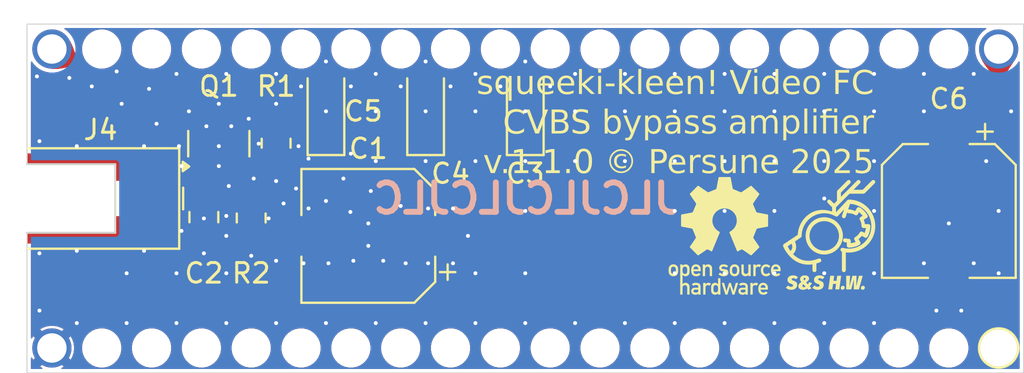
<source format=kicad_pcb>
(kicad_pcb (version 20241229) (generator "pcbnew") (generator_version "9.0")
  (title_block (title "squeeki-kleen! Video FC") (date "2025-02-23") (rev "1.1.0") (company "Persune") (comment 1 "Schematics based on https://www.nesdev.org/wiki/PPU_pinout#Composite_Video_Output") (comment 2 "Use twisted pair or shielded cable when connecting PCB output to RCA jack!") (comment 3 "Add additional decoupling capacitors of different values in C3 and C4 if needed."))
  (layers (0 "F.Cu" mixed) (2 "B.Cu" power) (13 "F.Paste" user) (15 "B.Paste" user) (5 "F.SilkS" user "F.Silkscreen") (7 "B.SilkS" user "B.Silkscreen") (1 "F.Mask" user) (3 "B.Mask" user) (25 "Edge.Cuts" user))
  (net 0 "")
  (net 1 "GND")
  (net 2 "VCC")
  (net 3 "Net-(Q1-E)")
  (net 4 "Net-(C1-Pad2)")
  (net 5 "/CVBS")
  (net 6 "/P21_VOUT")
  (footprint "Resistor_SMD:R_0805_2012Metric" (layer "F.Cu") (at 51.435 32.7425 90)
    (property "Reference" "R1" (at 2.8975 0 180) (layer "F.SilkS"))
    (property "Value" "300")
    (pad "1" smd roundrect (at -0.9125 0 90) (size 1.025 1.4) (layers "F.Cu" "F.Mask" "F.Paste") (roundrect_rratio 0.243902) (net 3 "Net-(Q1-E)"))
    (pad "2" smd roundrect (at 0.9125 0 90) (size 1.025 1.4) (layers "F.Cu" "F.Mask" "F.Paste") (roundrect_rratio 0.243902) (net 2 "VCC"))
  )
  (footprint "" (layer "F.Cu") (at 80.645 27.94)
    (property "Reference" "" (at 0 0 0) (layer "F.SilkS") (effects (font (size 1.27 1.27))))
    (property "Value" "")
    (pad "" np_thru_hole circle (at 0 0) (size 0.8 0.8) (drill 1.5) (layers "*.Cu" "*.Mask"))
  )
  (footprint "custom footprints:qr" (layer "F.Cu") (at 67.945 37.465)
    (property "Reference" "svg2mod" (hide yes))
    (property "Value" "G***" (hide yes))
    (fp_poly (pts (xy -1.900338 -0.836149) (xy -2.204392 -0.836149) (xy -2.204392 -0.988176) (xy -1.900338 -0.988176) (xy -1.900338 -0.836149)) (fill yes) (layer "F.Cu"))
    (fp_poly (pts (xy -1.748311 -0.076014) (xy -1.900338 -0.076014) (xy -1.900338 -0.380068) (xy -1.748311 -0.380068) (xy -1.748311 -0.076014)) (fill yes) (layer "F.Cu"))
    (fp_poly (pts (xy -1.596284 0.684122) (xy -1.748311 0.684122) (xy -1.748311 0.532095) (xy -1.596284 0.532095) (xy -1.596284 0.684122)) (fill yes) (layer "F.Cu"))
    (fp_poly (pts (xy -1.444257 -1.444257) (xy -1.900338 -1.444257) (xy -1.900338 -1.900338) (xy -1.444257 -1.900338) (xy -1.444257 -1.444257)) (fill yes) (layer "F.Cu"))
    (fp_poly (pts (xy -1.444257 -0.836149) (xy -1.748311 -0.836149) (xy -1.748311 -0.988176) (xy -1.444257 -0.988176) (xy -1.444257 -0.836149)) (fill yes) (layer "F.Cu"))
    (fp_poly (pts (xy -1.444257 -0.532095) (xy -1.748311 -0.532095) (xy -1.748311 -0.684122) (xy -1.444257 -0.684122) (xy -1.444257 -0.532095)) (fill yes) (layer "F.Cu"))
    (fp_poly (pts (xy -1.444257 1.900338) (xy -1.900338 1.900338) (xy -1.900338 1.444257) (xy -1.444257 1.444257) (xy -1.444257 1.900338)) (fill yes) (layer "F.Cu"))
    (fp_poly (pts (xy -1.29223 0.532095) (xy -1.444257 0.532095) (xy -1.444257 0.380068) (xy -1.29223 0.380068) (xy -1.29223 0.532095)) (fill yes) (layer "F.Cu"))
    (fp_poly (pts (xy -1.140203 -0.836149) (xy -1.29223 -0.836149) (xy -1.29223 -0.988176) (xy -1.140203 -0.988176) (xy -1.140203 -0.836149)) (fill yes) (layer "F.Cu"))
    (fp_poly (pts (xy -1.140203 0.380068) (xy -1.29223 0.380068) (xy -1.29223 0.228041) (xy -1.140203 0.228041) (xy -1.140203 0.380068)) (fill yes) (layer "F.Cu"))
    (fp_poly (pts (xy -1.140203 0.684122) (xy -1.29223 0.684122) (xy -1.29223 0.532095) (xy -1.140203 0.532095) (xy -1.140203 0.684122)) (fill yes) (layer "F.Cu"))
    (fp_poly (pts (xy -0.836149 -2.052365) (xy -0.988176 -2.052365) (xy -0.988176 -2.204392) (xy -0.836149 -2.204392) (xy -0.836149 -2.052365)) (fill yes) (layer "F.Cu"))
    (fp_poly (pts (xy -0.836149 -0.988176) (xy -0.988176 -0.988176) (xy -0.988176 -1.29223) (xy -0.836149 -1.29223) (xy -0.836149 -0.988176)) (fill yes) (layer "F.Cu"))
    (fp_poly (pts (xy -0.836149 2.204392) (xy -0.988176 2.204392) (xy -0.988176 1.900338) (xy -0.836149 1.900338) (xy -0.836149 2.204392)) (fill yes) (layer "F.Cu"))
    (fp_poly (pts (xy -0.684122 -1.748311) (xy -0.836149 -1.748311) (xy -0.836149 -1.900338) (xy -0.684122 -1.900338) (xy -0.684122 -1.748311)) (fill yes) (layer "F.Cu"))
    (fp_poly (pts (xy -0.684122 -1.29223) (xy -0.836149 -1.29223) (xy -0.836149 -1.596284) (xy -0.684122 -1.596284) (xy -0.684122 -1.29223)) (fill yes) (layer "F.Cu"))
    (fp_poly (pts (xy -0.684122 -0.836149) (xy -0.836149 -0.836149) (xy -0.836149 -0.988176) (xy -0.684122 -0.988176) (xy -0.684122 -0.836149)) (fill yes) (layer "F.Cu"))
    (fp_poly (pts (xy -0.684122 1.900338) (xy -0.836149 1.900338) (xy -0.836149 1.748311) (xy -0.684122 1.748311) (xy -0.684122 1.900338)) (fill yes) (layer "F.Cu"))
    (fp_poly (pts (xy -0.532095 -1.900338) (xy -0.684122 -1.900338) (xy -0.684122 -2.204392) (xy -0.532095 -2.204392) (xy -0.532095 -1.900338)) (fill yes) (layer "F.Cu"))
    (fp_poly (pts (xy -0.532095 -1.140203) (xy -0.684122 -1.140203) (xy -0.684122 -1.29223) (xy -0.532095 -1.29223) (xy -0.532095 -1.140203)) (fill yes) (layer "F.Cu"))
    (fp_poly (pts (xy -0.532095 1.140203) (xy -0.684122 1.140203) (xy -0.684122 0.988176) (xy -0.532095 0.988176) (xy -0.532095 1.140203)) (fill yes) (layer "F.Cu"))
    (fp_poly (pts (xy -0.532095 2.204392) (xy -0.684122 2.204392) (xy -0.684122 2.052365) (xy -0.532095 2.052365) (xy -0.532095 2.204392)) (fill yes) (layer "F.Cu"))
    (fp_poly (pts (xy -0.380068 -1.29223) (xy -0.532095 -1.29223) (xy -0.532095 -1.444257) (xy -0.380068 -1.444257) (xy -0.380068 -1.29223)) (fill yes) (layer "F.Cu"))
    (fp_poly (pts (xy -0.380068 2.052365) (xy -0.532095 2.052365) (xy -0.532095 1.900338) (xy -0.380068 1.900338) (xy -0.380068 2.052365)) (fill yes) (layer "F.Cu"))
    (fp_poly (pts (xy -0.228041 -2.052365) (xy -0.380068 -2.052365) (xy -0.380068 -2.204392) (xy -0.228041 -2.204392) (xy -0.228041 -2.052365)) (fill yes) (layer "F.Cu"))
    (fp_poly (pts (xy -0.228041 -1.140203) (xy -0.380068 -1.140203) (xy -0.380068 -1.29223) (xy -0.228041 -1.29223) (xy -0.228041 -1.140203)) (fill yes) (layer "F.Cu"))
    (fp_poly (pts (xy -0.228041 -0.836149) (xy -0.380068 -0.836149) (xy -0.380068 -0.988176) (xy -0.228041 -0.988176) (xy -0.228041 -0.836149)) (fill yes) (layer "F.Cu"))
    (fp_poly (pts (xy -0.076014 -0.988176) (xy -0.228041 -0.988176) (xy -0.228041 -1.140203) (xy -0.076014 -1.140203) (xy -0.076014 -0.988176)) (fill yes) (layer "F.Cu"))
    (fp_poly (pts (xy -0.076014 2.204392) (xy -0.380068 2.204392) (xy -0.380068 2.052365) (xy -0.076014 2.052365) (xy -0.076014 2.204392)) (fill yes) (layer "F.Cu"))
    (fp_poly (pts (xy 0.076014 -1.140203) (xy -0.076014 -1.140203) (xy -0.076014 -1.29223) (xy 0.076014 -1.29223) (xy 0.076014 -1.140203)) (fill yes) (layer "F.Cu"))
    (fp_poly (pts (xy 0.076014 -0.380068) (xy -0.076014 -0.380068) (xy -0.076014 -0.532095) (xy 0.076014 -0.532095) (xy 0.076014 -0.380068)) (fill yes) (layer "F.Cu"))
    (fp_poly (pts (xy 0.380068 1.596284) (xy 0.228041 1.596284) (xy 0.228041 1.444257) (xy 0.380068 1.444257) (xy 0.380068 1.596284)) (fill yes) (layer "F.Cu"))
    (fp_poly (pts (xy 0.380068 2.204392) (xy 0.076014 2.204392) (xy 0.076014 2.052365) (xy 0.380068 2.052365) (xy 0.380068 2.204392)) (fill yes) (layer "F.Cu"))
    (fp_poly (pts (xy 0.532095 0.532095) (xy 0.380068 0.532095) (xy 0.380068 0.380068) (xy 0.532095 0.380068) (xy 0.532095 0.532095)) (fill yes) (layer "F.Cu"))
    (fp_poly (pts (xy 0.684122 1.900338) (xy 0.532095 1.900338) (xy 0.532095 1.748311) (xy 0.684122 1.748311) (xy 0.684122 1.900338)) (fill yes) (layer "F.Cu"))
    (fp_poly (pts (xy 0.988176 -1.140203) (xy 0.836149 -1.140203) (xy 0.836149 -1.444257) (xy 0.988176 -1.444257) (xy 0.988176 -1.140203)) (fill yes) (layer "F.Cu"))
    (fp_poly (pts (xy 0.988176 2.204392) (xy 0.532095 2.204392) (xy 0.532095 2.052365) (xy 0.988176 2.052365) (xy 0.988176 2.204392)) (fill yes) (layer "F.Cu"))
    (fp_poly (pts (xy 1.140203 -0.684122) (xy 0.988176 -0.684122) (xy 0.988176 -0.836149) (xy 1.140203 -0.836149) (xy 1.140203 -0.684122)) (fill yes) (layer "F.Cu"))
    (fp_poly (pts (xy 1.29223 -0.836149) (xy 1.140203 -0.836149) (xy 1.140203 -0.988176) (xy 1.29223 -0.988176) (xy 1.29223 -0.836149)) (fill yes) (layer "F.Cu"))
    (fp_poly (pts (xy 1.29223 1.29223) (xy 1.140203 1.29223) (xy 1.140203 1.140203) (xy 1.29223 1.140203) (xy 1.29223 1.29223)) (fill yes) (layer "F.Cu"))
    (fp_poly (pts (xy 1.596284 2.204392) (xy 1.444257 2.204392) (xy 1.444257 2.052365) (xy 1.596284 2.052365) (xy 1.596284 2.204392)) (fill yes) (layer "F.Cu"))
    (fp_poly (pts (xy 1.748311 -0.380068) (xy 1.596284 -0.380068) (xy 1.596284 -0.532095) (xy 1.748311 -0.532095) (xy 1.748311 -0.380068)) (fill yes) (layer "F.Cu"))
    (fp_poly (pts (xy 1.748311 0.380068) (xy 1.596284 0.380068) (xy 1.596284 0.228041) (xy 1.748311 0.228041) (xy 1.748311 0.380068)) (fill yes) (layer "F.Cu"))
    (fp_poly (pts (xy 1.900338 -1.444257) (xy 1.444257 -1.444257) (xy 1.444257 -1.900338) (xy 1.900338 -1.900338) (xy 1.900338 -1.444257)) (fill yes) (layer "F.Cu"))
    (fp_poly (pts (xy 2.052365 0.532095) (xy 1.748311 0.532095) (xy 1.748311 0.380068) (xy 2.052365 0.380068) (xy 2.052365 0.532095)) (fill yes) (layer "F.Cu"))
    (fp_poly (pts (xy 2.204392 -0.836149) (xy 2.052365 -0.836149) (xy 2.052365 -0.988176) (xy 2.204392 -0.988176) (xy 2.204392 -0.836149)) (fill yes) (layer "F.Cu"))
    (fp_poly (pts (xy 2.204392 0.684122) (xy 2.052365 0.684122) (xy 2.052365 0.532095) (xy 2.204392 0.532095) (xy 2.204392 0.684122)) (fill yes) (layer "F.Cu"))
    (fp_poly (pts (xy -2.052365 -0.380068) (xy -2.204392 -0.380068) (xy -2.204392 -0.684122) (xy -1.900338 -0.684122) (xy -1.900338 -0.532095) (xy -2.052365 -0.532095) (xy -2.052365 -0.380068)) (fill yes) (layer "F.Cu"))
    (fp_poly (pts (xy 1.900338 -0.532095) (xy 1.748311 -0.532095) (xy 1.748311 -0.836149) (xy 2.052365 -0.836149) (xy 2.052365 -0.684122) (xy 1.900338 -0.684122) (xy 1.900338 -0.532095)) (fill yes) (layer "F.Cu"))
    (fp_poly (pts (xy -0.836149 1.140203) (xy -0.988176 1.140203) (xy -0.988176 0.988176) (xy -1.748311 0.988176) (xy -1.748311 0.836149) (xy -1.140203 0.836149) (xy -1.140203 0.684122) (xy -0.988176 0.684122) (xy -0.988176 0.836149) (xy -0.836149 0.836149) (xy -0.836149 1.140203)) (fill yes) (layer "F.Cu"))
    (fp_poly (pts (xy 0.228041 1.900338) (xy -0.380068 1.900338) (xy -0.380068 1.748311) (xy -0.684122 1.748311) (xy -0.684122 1.596284) (xy -0.380068 1.596284) (xy -0.380068 1.444257) (xy -0.228041 1.444257) (xy -0.228041 1.596284) (xy 0.228041 1.596284) (xy 0.228041 1.900338)) (fill yes) (layer "F.Cu"))
    (fp_poly (pts (xy 1.29223 2.204392) (xy 1.140203 2.204392) (xy 1.140203 1.900338) (xy 1.29223 1.900338) (xy 1.29223 1.748311) (xy 1.596284 1.748311) (xy 1.596284 1.900338) (xy 1.444257 1.900338) (xy 1.444257 2.052365) (xy 1.29223 2.052365) (xy 1.29223 2.204392)) (fill yes) (layer "F.Cu"))
    (fp_poly (pts (xy -1.140203 -1.140203) (xy -1.29223 -1.140203) (xy -1.29223 -1.29223) (xy -1.29223 -2.052365) (xy -2.052365 -2.052365) (xy -2.052365 -1.29223) (xy -1.29223 -1.29223) (xy -1.29223 -1.140203) (xy -2.204392 -1.140203) (xy -2.204392 -2.204392) (xy -1.140203 -2.204392) (xy -1.140203 -1.140203)) (fill yes) (layer "F.Cu"))
    (fp_poly (pts (xy -1.140203 2.204392) (xy -1.29223 2.204392) (xy -1.29223 2.052365) (xy -1.29223 1.29223) (xy -2.052365 1.29223) (xy -2.052365 2.052365) (xy -1.29223 2.052365) (xy -1.29223 2.204392) (xy -2.204392 2.204392) (xy -2.204392 1.140203) (xy -1.140203 1.140203) (xy -1.140203 2.204392)) (fill yes) (layer "F.Cu"))
    (fp_poly (pts (xy 2.204392 -1.140203) (xy 2.052365 -1.140203) (xy 2.052365 -1.29223) (xy 2.052365 -2.052365) (xy 1.29223 -2.052365) (xy 1.29223 -1.29223) (xy 2.052365 -1.29223) (xy 2.052365 -1.140203) (xy 1.140203 -1.140203) (xy 1.140203 -2.204392) (xy 2.204392 -2.204392) (xy 2.204392 -1.140203)) (fill yes) (layer "F.Cu"))
    (fp_poly (pts (xy -0.836149 1.748311) (xy -0.988176 1.748311) (xy -0.988176 1.444257) (xy -0.836149 1.444257) (xy -0.836149 1.29223) (xy -0.532095 1.29223) (xy -0.532095 1.140203) (xy -0.380068 1.140203) (xy -0.380068 1.444257) (xy -0.684122 1.444257) (xy -0.684122 1.596284) (xy -0.836149 1.596284) (xy -0.836149 1.748311)) (fill yes) (layer "F.Cu"))
    (fp_poly (pts (xy -1.900338 0.988176) (xy -2.204392 0.988176) (xy -2.204392 0.380068) (xy -1.900338 0.380068) (xy -1.900338 0.228041) (xy -2.052365 0.228041) (xy -2.052365 -0.076014) (xy -1.900338 -0.076014) (xy -1.900338 0.076013) (xy -1.748311 0.076013) (xy -1.748311 0.228041) (xy -1.444257 0.228041) (xy -1.444257 0.380068) (xy -1.748311 0.380068) (xy -1.748311 0.532095) (xy -1.900338 0.532095) (xy -1.900338 0.988176)) (fill yes) (layer "F.Cu"))
    (fp_poly (pts (xy 2.204392 2.052365) (xy 2.052365 2.052365) (xy 2.052365 1.900338) (xy 1.900338 1.900338) (xy 1.900338 2.052365) (xy 1.596284 2.052365) (xy 1.596284 1.900338) (xy 1.748311 1.900338) (xy 1.748311 1.748311) (xy 1.900338 1.748311) (xy 1.900338 1.596284) (xy 2.052365 1.596284) (xy 2.052365 1.444257) (xy 1.900338 1.444257) (xy 1.900338 1.29223) (xy 2.204392 1.29223) (xy 2.204392 2.052365)) (fill yes) (layer "F.Cu"))
    (fp_poly (pts (xy -0.380068 -0.076014) (xy -0.532095 -0.076014) (xy -0.532095 -0.228041) (xy -0.836149 -0.228041) (xy -0.836149 -0.380068) (xy -0.532095 -0.380068) (xy -0.532095 -0.684122) (xy -0.684122 -0.684122) (xy -0.684122 -0.836149) (xy -0.380068 -0.836149) (xy -0.380068 -0.684122) (xy -0.228041 -0.684122) (xy -0.228041 -0.532095) (xy -0.380068 -0.532095) (xy -0.380068 -0.380068) (xy -0.228041 -0.380068) (xy -0.228041 -0.228041) (xy -0.380068 -0.228041) (xy -0.380068 -0.076014)) (fill yes) (layer "F.Cu"))
    (fp_poly (pts (xy 0.076014 -1.444257) (xy -0.228041 -1.444257) (xy -0.228041 -1.596284) (xy -0.532095 -1.596284) (xy -0.532095 -1.900338) (xy -0.380068 -1.900338) (xy -0.380068 -1.748311) (xy -0.228041 -1.748311) (xy -0.228041 -1.900338) (xy -0.076014 -1.900338) (xy -0.076014 -2.204392) (xy 0.076014 -2.204392) (xy 0.076014 -1.900338) (xy 0.228041 -1.900338) (xy 0.228041 -1.748311) (xy -0.076014 -1.748311) (xy -0.076014 -1.596284) (xy 0.076014 -1.596284) (xy 0.076014 -1.444257)) (fill yes) (layer "F.Cu"))
    (fp_poly (pts (xy 0.684122 -1.140203) (xy 0.532095 -1.140203) (xy 0.532095 -1.29223) (xy 0.380068 -1.29223) (xy 0.380068 -1.444257) (xy 0.228041 -1.444257) (xy 0.228041 -1.748311) (xy 0.532095 -1.748311) (xy 0.532095 -1.596284) (xy 0.684122 -1.596284) (xy 0.684122 -1.748311) (xy 0.532095 -1.748311) (xy 0.532095 -1.900338) (xy 0.228041 -1.900338) (xy 0.228041 -2.052365) (xy 0.380068 -2.052365) (xy 0.380068 -2.204392) (xy 0.684122 -2.204392) (xy 0.684122 -2.052365) (xy 0.836149 -2.052365) (xy 0.836149 -1.900338) (xy 0.988176 -1.900338) (xy 0.988176 -1.596284) (xy 0.836149 -1.596284) (xy 0.836149 -1.444257) (xy 0.684122 -1.444257) (xy 0.684122 -1.140203)) (fill yes) (layer "F.Cu"))
    (fp_poly (pts (xy 0.684122 0.988176) (xy 0.380068 0.988176) (xy 0.380068 0.836149) (xy 0.532095 0.836149) (xy 0.532095 0.532095) (xy 0.684122 0.532095) (xy 0.684122 0.380068) (xy 0.532095 0.380068) (xy 0.532095 0.076013) (xy 0.684122 0.076013) (xy 0.684122 -0.076014) (xy 0.228041 -0.076014) (xy 0.228041 0.076013) (xy 0.076014 0.076013) (xy 0.076014 -0.076014) (xy -0.076014 -0.076014) (xy -0.076014 -0.228041) (xy 0.076014 -0.228041) (xy 0.076014 -0.380068) (xy 0.228041 -0.380068) (xy 0.228041 -0.228041) (xy 0.684122 -0.228041) (xy 0.684122 -0.380068) (xy 0.380068 -0.380068) (xy 0.380068 -0.532095) (xy 0.380068 -0.684122) (xy 0.380068 -0.836149) (xy 0.228041 -0.836149) (xy 0.228041 -0.684122) (xy 0.380068 -0.684122) (xy 0.380068 -0.532095) (xy 0.076014 -0.532095) (xy 0.076014 -0.684122) (xy -0.228041 -0.684122) (xy -0.228041 -0.836149) (xy 0.076014 -0.836149) (xy 0.076014 -0.988176) (xy 0.228041 -0.988176) (xy 0.228041 -1.29223) (xy 0.380068 -1.29223) (xy 0.380068 -0.988176) (xy 0.532095 -0.988176) (xy 0.532095 -0.836149) (xy 0.684122 -0.836149) (xy 0.684122 -1.140203) (xy 0.836149 -1.140203) (xy 0.836149 -0.988176) (xy 0.988176 -0.988176) (xy 0.988176 -0.836149) (xy 0.836149 -0.836149) (xy 0.836149 -0.684122) (xy 0.532095 -0.684122) (xy 0.532095 -0.532095) (xy 1.29223 -0.532095) (xy 1.29223 -0.836149) (xy 1.596284 -0.836149) (xy 1.596284 -0.532095) (xy 1.444257 -0.532095) (xy 1.444257 -0.228041) (xy 2.052365 -0.228041) (xy 2.052365 -0.532095) (xy 2.204392 -0.532095) (xy 2.204392 0.228041) (xy 2.052365 0.228041) (xy 2.052365 -0.076014) (xy 1.900338 -0.076014) (xy 1.900338 0.228041) (xy 1.748311 0.228041) (xy 1.748311 -0.076014) (xy 1.596284 -0.076014) (xy 1.596284 0.228041) (xy 1.29223 0.228041) (xy 1.29223 0.076013) (xy 1.444257 0.076013) (xy 1.444257 -0.076014) (xy 1.29223 -0.076014) (xy 1.29223 0.076013) (xy 1.140203 0.076013) (xy 1.140203 -0.076014) (xy 1.140203 -0.380068) (xy 0.988176 -0.380068) (xy 0.988176 -0.228041) (xy 0.836149 -0.228041) (xy 0.836149 -0.076014) (xy 1.140203 -0.076014) (xy 1.140203 0.076013) (xy 0.836149 0.076013) (xy 0.836149 0.228041) (xy 1.140203 0.228041) (xy 1.140203 0.380068) (xy 0.836149 0.380068) (xy 0.836149 0.836149) (xy 0.684122 0.836149) (xy 0.684122 0.988176)) (fill yes) (layer "F.Cu"))
    (fp_poly (pts (xy 1.140203 1.900338) (xy 0.836149 1.900338) (xy 0.836149 1.748311) (xy 0.988176 1.748311) (xy 0.988176 1.596284) (xy 0.532095 1.596284) (xy 0.532095 1.444257) (xy 0.380068 1.444257) (xy 0.380068 1.29223) (xy 0.228041 1.29223) (xy 0.228041 1.444257) (xy -0.076014 1.444257) (xy -0.076014 1.29223) (xy 0.076014 1.29223) (xy 0.076014 1.140203) (xy -0.076014 1.140203) (xy -0.076014 0.836149) (xy -0.228041 0.836149) (xy -0.228041 0.684122) (xy -0.380068 0.684122) (xy -0.380068 0.836149) (xy -0.836149 0.836149) (xy -0.836149 0.684122) (xy -0.988176 0.684122) (xy -0.988176 0.532095) (xy -0.836149 0.532095) (xy -0.836149 0.380068) (xy -0.988176 0.380068) (xy -0.988176 0.228041) (xy -1.140203 0.228041) (xy -1.140203 0.076013) (xy -1.29223 0.076013) (xy -1.29223 0.228041) (xy -1.444257 0.228041) (xy -1.444257 0.076013) (xy -1.596284 0.076013) (xy -1.596284 -0.228041) (xy -1.444257 -0.228041) (xy -1.444257 -0.076014) (xy -1.140203 -0.076014) (xy -1.140203 -0.228041) (xy -1.29223 -0.228041) (xy -1.29223 -0.380068) (xy -1.140203 -0.380068) (xy -1.140203 -0.532095) (xy -1.29223 -0.532095) (xy -1.29223 -0.684122) (xy -0.836149 -0.684122) (xy -0.836149 -0.380068) (xy -0.988176 -0.380068) (xy -0.988176 -0.076014) (xy -0.836149 -0.076014) (xy -0.836149 0.076013) (xy -0.684122 0.076013) (xy -0.684122 -0.076014) (xy -0.532095 -0.076014) (xy -0.532095 0.380068) (xy -0.684122 0.380068) (xy -0.684122 0.684122) (xy -0.532095 0.684122) (xy -0.532095 0.532095) (xy -0.228041 0.532095) (xy -0.228041 0.380068) (xy -0.380068 0.380068) (xy -0.380068 0.076013) (xy -0.228041 0.076013) (xy -0.228041 0.228041) (xy -0.076014 0.228041) (xy -0.076014 0.684122) (xy 0.076014 0.684122) (xy 0.076014 0.228041) (xy 0.228041 0.228041) (xy 0.228041 0.076013) (xy 0.380068 0.076013) (xy 0.380068 0.380068) (xy 0.228041 0.380068) (xy 0.228041 1.140203) (xy 0.532095 1.140203) (xy 0.532095 1.29223) (xy 0.684122 1.29223) (xy 0.684122 1.140203) (xy 0.836149 1.140203) (xy 0.836149 0.836149) (xy 1.140203 0.836149) (xy 1.140203 0.684122) (xy 1.29223 0.684122) (xy 1.29223 0.836149) (xy 1.596284 0.836149) (xy 1.596284 0.684122) (xy 1.444257 0.684122) (xy 1.444257 0.380068) (xy 1.596284 0.380068) (xy 1.596284 0.532095) (xy 1.748311 0.532095) (xy 1.748311 0.684122) (xy 1.900338 0.684122) (xy 1.900338 0.836149) (xy 2.052365 0.836149) (xy 2.052365 0.988176) (xy 1.748311 0.988176) (xy 1.748311 1.29223) (xy 1.596284 1.29223) (xy 1.596284 1.444257) (xy 1.748311 1.444257) (xy 1.748311 1.596284) (xy 1.444257 1.596284) (xy 1.444257 1.444257) (xy 1.444257 0.988176) (xy 0.988176 0.988176) (xy 0.988176 1.444257) (xy 1.444257 1.444257) (xy 1.444257 1.596284) (xy 1.140203 1.596284) (xy 1.140203 1.900338)) (fill yes) (layer "F.Cu"))
    (zone (net 0) (net_name "") (layer "F.Cu") (connect_pads (clearance 0)) (min_thickness 0.254)
      (keepout (tracks not_allowed) (vias not_allowed) (pads not_allowed) (copperpour not_allowed) (footprints not_allowed))
      (fill (thermal_gap 0.508) (thermal_bridge_width 0.508))
      (polygon (pts (xy 65.1325 34.6525) (xy 65.1325 40.2775) (xy 70.7575 40.2775) (xy 70.7575 34.6525)))
    )
  )
  (footprint "" (layer "F.Cu") (at 57.785 27.94)
    (property "Reference" "" (at 0 0 0) (layer "F.SilkS") (effects (font (size 1.27 1.27))))
    (property "Value" "")
    (pad "" np_thru_hole circle (at 0 0) (size 0.8 0.8) (drill 1.5) (layers "*.Cu" "*.Mask"))
  )
  (footprint "Capacitor_SMD:CP_Elec_6.3x5.4" (layer "F.Cu") (at 56.134 37.465 180)
    (property "Reference" "C1" (at 0 4.445 0) (layer "F.SilkS"))
    (property "Value" "220uF")
    (pad "1" smd roundrect (at -2.8 0 180) (size 3.5 1.6) (layers "F.Cu" "F.Mask" "F.Paste") (roundrect_rratio 0.15625) (net 3 "Net-(Q1-E)"))
    (pad "2" smd roundrect (at 2.8 0 180) (size 3.5 1.6) (layers "F.Cu" "F.Mask" "F.Paste") (roundrect_rratio 0.15625) (net 4 "Net-(C1-Pad2)"))
  )
  (footprint "" (layer "F.Cu") (at 55.245 27.94)
    (property "Reference" "" (at 0 0 0) (layer "F.SilkS") (effects (font (size 1.27 1.27))))
    (property "Value" "")
    (pad "" np_thru_hole circle (at 0 0) (size 0.8 0.8) (drill 1.5) (layers "*.Cu" "*.Mask"))
  )
  (footprint "custom footprints:THT_Hole" (layer "F.Cu") (at 40.005 43.18)
    (property "Reference" "J3" (hide yes))
    (property "Value" "GND" (hide yes))
    (pad "1" thru_hole circle (at 0 0) (size 2 2) (drill 1.5) (layers "*.Cu" "*.Mask") (net 1 "GND"))
  )
  (footprint "" (layer "F.Cu") (at 70.485 43.18)
    (property "Reference" "" (at 0 0 0) (layer "F.SilkS") (effects (font (size 1.27 1.27))))
    (property "Value" "")
    (pad "" np_thru_hole circle (at 0 0) (size 0.8 0.8) (drill 1.5) (layers "*.Cu" "*.Mask"))
  )
  (footprint "" (layer "F.Cu") (at 80.645 43.18)
    (property "Reference" "" (at 0 0 0) (layer "F.SilkS") (effects (font (size 1.27 1.27))))
    (property "Value" "")
    (pad "" np_thru_hole circle (at 0 0) (size 0.8 0.8) (drill 1.5) (layers "*.Cu" "*.Mask"))
  )
  (footprint "" (layer "F.Cu") (at 73.025 43.18)
    (property "Reference" "" (at 0 0 0) (layer "F.SilkS") (effects (font (size 1.27 1.27))))
    (property "Value" "")
    (pad "" np_thru_hole circle (at 0 0) (size 0.8 0.8) (drill 1.5) (layers "*.Cu" "*.Mask"))
  )
  (footprint "" (layer "F.Cu") (at 52.705 43.18)
    (property "Reference" "" (at 0 0 0) (layer "F.SilkS") (effects (font (size 1.27 1.27))))
    (property "Value" "")
    (pad "" np_thru_hole circle (at 0 0) (size 0.8 0.8) (drill 1.5) (layers "*.Cu" "*.Mask"))
  )
  (footprint "" (layer "F.Cu") (at 65.405 27.94)
    (property "Reference" "" (at 0 0 0) (layer "F.SilkS") (effects (font (size 1.27 1.27))))
    (property "Value" "")
    (pad "" np_thru_hole circle (at 0 0) (size 0.8 0.8) (drill 1.5) (layers "*.Cu" "*.Mask"))
  )
  (footprint "Connector_Coaxial:MMCX_Molex_73415-0961_Horizontal_0.8mm-PCB" (layer "F.Cu") (at 42.485 35.56)
    (property "Reference" "J4" (at 0 -3.5 0) (layer "F.SilkS"))
    (property "Value" "Conn_Coaxial")
    (fp_line (start -3.75 1.75) (end 0.75 1.75) (stroke (width 0.1)) (layer "Edge.Cuts"))
    (fp_line (start 0.75 -1.75) (end -3.75 -1.75) (stroke (width 0.1)) (layer "Edge.Cuts"))
    (fp_line (start 0.75 1.75) (end 0.75 -1.75) (stroke (width 0.1)) (layer "Edge.Cuts"))
    (pad "1" smd rect (at 2.75 0) (size 2 1.1) (layers "F.Cu" "F.Mask" "F.Paste") (net 5 "/CVBS"))
    (pad "2" smd custom (at 2.25 -1.6) (size 3 1.4) (layers "F.Cu" "F.Mask" "F.Paste") (net 1 "GND") (options (clearance outline) (anchor rect)) (primitives (gr_poly (pts (xy -1.5 -0.15) (xy -6 -0.15) (xy -6 -0.7) (xy -1.5 -0.7)) (width 0) (fill yes))))
    (pad "2" smd custom (at 2.25 1.6) (size 3 1.4) (layers "F.Cu" "F.Mask" "F.Paste") (net 1 "GND") (options (clearance outline) (anchor rect)) (primitives (gr_poly (pts (xy -1.5 0.7) (xy -6 0.7) (xy -6 0.15) (xy -1.5 0.15)) (width 0) (fill yes))))
  )
  (footprint "" (layer "F.Cu") (at 70.485 27.94)
    (property "Reference" "" (at 0 0 0) (layer "F.SilkS") (effects (font (size 1.27 1.27))))
    (property "Value" "")
    (pad "" np_thru_hole circle (at 0 0) (size 0.8 0.8) (drill 1.5) (layers "*.Cu" "*.Mask"))
  )
  (footprint "" (layer "F.Cu") (at 47.625 27.94)
    (property "Reference" "" (at 0 0 0) (layer "F.SilkS") (effects (font (size 1.27 1.27))))
    (property "Value" "")
    (pad "" np_thru_hole circle (at 0 0) (size 0.8 0.8) (drill 1.5) (layers "*.Cu" "*.Mask"))
  )
  (footprint "custom footprints:maustech icon fiducial 0-50mm 1-50mm" (layer "F.Cu") (at 79.375 37.465)
    (property "Reference" "svg2mod" (hide yes))
    (property "Value" "G***" (hide yes))
  )
  (footprint "" (layer "F.Cu") (at 57.785 43.18)
    (property "Reference" "" (at 0 0 0) (layer "F.SilkS") (effects (font (size 1.27 1.27))))
    (property "Value" "")
    (pad "" np_thru_hole circle (at 0 0) (size 0.8 0.8) (drill 1.5) (layers "*.Cu" "*.Mask"))
  )
  (footprint "" (layer "F.Cu") (at 73.025 27.94)
    (property "Reference" "" (at 0 0 0) (layer "F.SilkS") (effects (font (size 1.27 1.27))))
    (property "Value" "")
    (pad "" np_thru_hole circle (at 0 0) (size 0.8 0.8) (drill 1.5) (layers "*.Cu" "*.Mask"))
  )
  (footprint "" (layer "F.Cu") (at 60.325 43.18)
    (property "Reference" "" (at 0 0 0) (layer "F.SilkS") (effects (font (size 1.27 1.27))))
    (property "Value" "")
    (pad "" np_thru_hole circle (at 0 0) (size 0.8 0.8) (drill 1.5) (layers "*.Cu" "*.Mask"))
  )
  (footprint "Capacitor_Tantalum_SMD:CP_EIA-3216-18_Kemet-A" (layer "F.Cu") (at 64.135 31.035 90)
    (property "Reference" "C3" (at -3.255 0 180) (layer "F.SilkS"))
    (property "Value" "~")
    (pad "1" smd roundrect (at -1.35 0 90) (size 1.4 1.35) (layers "F.Cu" "F.Mask" "F.Paste") (roundrect_rratio 0.185185) (net 2 "VCC"))
    (pad "2" smd roundrect (at 1.35 0 90) (size 1.4 1.35) (layers "F.Cu" "F.Mask" "F.Paste") (roundrect_rratio 0.185185) (net 1 "GND"))
  )
  (footprint "" (layer "F.Cu") (at 67.945 43.18)
    (property "Reference" "" (at 0 0 0) (layer "F.SilkS") (effects (font (size 1.27 1.27))))
    (property "Value" "")
    (pad "" np_thru_hole circle (at 0 0) (size 0.8 0.8) (drill 1.5) (layers "*.Cu" "*.Mask"))
  )
  (footprint "" (layer "F.Cu") (at 55.245 43.18)
    (property "Reference" "" (at 0 0 0) (layer "F.SilkS") (effects (font (size 1.27 1.27))))
    (property "Value" "")
    (pad "" np_thru_hole circle (at 0 0) (size 0.8 0.8) (drill 1.5) (layers "*.Cu" "*.Mask"))
  )
  (footprint "" (layer "F.Cu") (at 42.545 27.94)
    (property "Reference" "" (at 0 0 0) (layer "F.SilkS") (effects (font (size 1.27 1.27))))
    (property "Value" "" (at 0 0 0) (layer "F.SilkS") (effects (font (size 1.27 1.27))))
    (pad "" np_thru_hole circle (at 0 0) (size 0.8 0.8) (drill 1.5) (layers "*.Cu" "*.Mask"))
  )
  (footprint "" (layer "F.Cu") (at 85.725 27.94)
    (property "Reference" "" (at 0 0 0) (layer "F.SilkS") (effects (font (size 1.27 1.27))))
    (property "Value" "")
    (pad "" np_thru_hole circle (at 0 0) (size 0.8 0.8) (drill 1.5) (layers "*.Cu" "*.Mask"))
  )
  (footprint "" (layer "F.Cu") (at 45.085 27.94)
    (property "Reference" "" (at 0 0 0) (layer "F.SilkS") (effects (font (size 1.27 1.27))))
    (property "Value" "")
    (pad "" np_thru_hole circle (at 0 0) (size 0.8 0.8) (drill 1.5) (layers "*.Cu" "*.Mask"))
  )
  (footprint "custom footprints:THT_Hole" (layer "F.Cu") (at 88.265 27.94)
    (property "Reference" "J1" (hide yes))
    (property "Value" "VCC" (hide yes))
    (pad "1" thru_hole circle (at 0 0) (size 2 2) (drill 1.5) (layers "*.Cu" "*.Mask") (net 2 "VCC"))
  )
  (footprint "Capacitor_SMD:CP_Elec_6.3x4.5" (layer "F.Cu") (at 85.725 36.195 -90)
    (property "Reference" "C6" (at -5.715 0 180) (layer "F.SilkS"))
    (property "Value" "100uF")
    (pad "1" smd roundrect (at -2.7 0 270) (size 3.5 1.6) (layers "F.Cu" "F.Mask" "F.Paste") (roundrect_rratio 0.15625) (net 2 "VCC"))
    (pad "2" smd roundrect (at 2.7 0 270) (size 3.5 1.6) (layers "F.Cu" "F.Mask" "F.Paste") (roundrect_rratio 0.15625) (net 1 "GND"))
  )
  (footprint "" (layer "F.Cu") (at 75.565 43.18)
    (property "Reference" "" (at 0 0 0) (layer "F.SilkS") (effects (font (size 1.27 1.27))))
    (property "Value" "")
    (pad "" np_thru_hole circle (at 0 0) (size 0.8 0.8) (drill 1.5) (layers "*.Cu" "*.Mask"))
  )
  (footprint "" (layer "F.Cu") (at 62.865 43.18)
    (property "Reference" "" (at 0 0 0) (layer "F.SilkS") (effects (font (size 1.27 1.27))))
    (property "Value" "")
    (pad "" np_thru_hole circle (at 0 0) (size 0.8 0.8) (drill 1.5) (layers "*.Cu" "*.Mask"))
  )
  (footprint "" (layer "F.Cu") (at 65.405 43.18)
    (property "Reference" "" (at 0 0 0) (layer "F.SilkS") (effects (font (size 1.27 1.27))))
    (property "Value" "")
    (pad "" np_thru_hole circle (at 0 0) (size 0.8 0.8) (drill 1.5) (layers "*.Cu" "*.Mask"))
  )
  (footprint "Fiducial:Fiducial_0.5mm_Mask1.5mm" (layer "F.Cu") (at 79.375 37.465)
    (property "Reference" "REF**" (hide yes))
    (property "Value" "Fiducial_0.5mm_Mask1.5mm" (hide yes))
    (pad "" smd circle (at 0 0) (size 0.5 0.5) (layers "F.Cu" "F.Mask") (clearance 0.5))
  )
  (footprint "Capacitor_Tantalum_SMD:CP_EIA-3216-18_Kemet-A" (layer "F.Cu") (at 53.975 31.035 90)
    (property "Reference" "C5" (at -0.08 1.905 180) (layer "F.SilkS"))
    (property "Value" "10uF")
    (pad "1" smd roundrect (at -1.35 0 90) (size 1.4 1.35) (layers "F.Cu" "F.Mask" "F.Paste") (roundrect_rratio 0.185185) (net 2 "VCC"))
    (pad "2" smd roundrect (at 1.35 0 90) (size 1.4 1.35) (layers "F.Cu" "F.Mask" "F.Paste") (roundrect_rratio 0.185185) (net 1 "GND"))
  )
  (footprint "" (layer "F.Cu") (at 78.105 27.94)
    (property "Reference" "" (at 0 0 0) (layer "F.SilkS") (effects (font (size 1.27 1.27))))
    (property "Value" "")
    (pad "" np_thru_hole circle (at 0 0) (size 0.8 0.8) (drill 1.5) (layers "*.Cu" "*.Mask"))
  )
  (footprint "" (layer "F.Cu") (at 75.565 27.94)
    (property "Reference" "" (at 0 0 0) (layer "F.SilkS") (effects (font (size 1.27 1.27))))
    (property "Value" "")
    (pad "" np_thru_hole circle (at 0 0) (size 0.8 0.8) (drill 1.5) (layers "*.Cu" "*.Mask"))
  )
  (footprint "" (layer "F.Cu") (at 45.085 43.18)
    (property "Reference" "" (at 0 0 0) (layer "F.SilkS") (effects (font (size 1.27 1.27))))
    (property "Value" "")
    (pad "" np_thru_hole circle (at 0 0) (size 0.8 0.8) (drill 1.5) (layers "*.Cu" "*.Mask"))
  )
  (footprint "" (layer "F.Cu") (at 47.625 43.18)
    (property "Reference" "" (at 0 0 0) (layer "F.SilkS") (effects (font (size 1.27 1.27))))
    (property "Value" "")
    (pad "" np_thru_hole circle (at 0 0) (size 0.8 0.8) (drill 1.5) (layers "*.Cu" "*.Mask"))
  )
  (footprint "" (layer "F.Cu") (at 52.705 27.94)
    (property "Reference" "" (at 0 0 0) (layer "F.SilkS") (effects (font (size 1.27 1.27))))
    (property "Value" "")
    (pad "" np_thru_hole circle (at 0 0) (size 0.8 0.8) (drill 1.5) (layers "*.Cu" "*.Mask"))
  )
  (footprint "" (layer "F.Cu") (at 85.725 43.18)
    (property "Reference" "" (at 0 0 0) (layer "F.SilkS") (effects (font (size 1.27 1.27))))
    (property "Value" "")
    (pad "" np_thru_hole circle (at 0 0) (size 0.8 0.8) (drill 1.5) (layers "*.Cu" "*.Mask"))
  )
  (footprint "" (layer "F.Cu") (at 50.165 43.18)
    (property "Reference" "" (at 0 0 0) (layer "F.SilkS") (effects (font (size 1.27 1.27))))
    (property "Value" "")
    (pad "" np_thru_hole circle (at 0 0) (size 0.8 0.8) (drill 1.5) (layers "*.Cu" "*.Mask"))
  )
  (footprint "custom footprints:THT_Hole" (layer "F.Cu") (at 40.005 27.94)
    (property "Reference" "J2" (hide yes))
    (property "Value" "VOUT" (hide yes))
    (pad "1" thru_hole circle (at 0 0) (size 2 2) (drill 1.5) (layers "*.Cu" "*.Mask") (net 6 "/P21_VOUT"))
  )
  (footprint "" (layer "F.Cu") (at 88.265 43.18)
    (property "Reference" "" (at 0 0 0) (layer "F.SilkS") (effects (font (size 1.27 1.27))))
    (property "Value" "" (at 0 0 0) (layer "F.SilkS") (effects (font (size 1.27 1.27))))
    (pad "" np_thru_hole circle (at 0 0) (size 0.8 0.8) (drill 1.5) (layers "*.Cu" "*.Mask"))
  )
  (footprint "" (layer "F.Cu") (at 83.185 27.94)
    (property "Reference" "" (at 0 0 0) (layer "F.SilkS") (effects (font (size 1.27 1.27))))
    (property "Value" "")
    (pad "" np_thru_hole circle (at 0 0) (size 0.8 0.8) (drill 1.5) (layers "*.Cu" "*.Mask"))
  )
  (footprint "" (layer "F.Cu") (at 42.545 43.18)
    (property "Reference" "" (at 0 0 0) (layer "F.SilkS") (effects (font (size 1.27 1.27))))
    (property "Value" "")
    (pad "" np_thru_hole circle (at 0 0) (size 0.8 0.8) (drill 1.5) (layers "*.Cu" "*.Mask"))
  )
  (footprint "Fiducial:Fiducial_0.5mm_Mask1.5mm" (layer "F.Cu") (at 40.005 40.005)
    (property "Reference" "REF**" (hide yes))
    (property "Value" "Fiducial_0.5mm_Mask1.5mm" (hide yes))
    (pad "" smd circle (at 0 0) (size 0.5 0.5) (layers "F.Cu" "F.Mask") (clearance 0.5))
  )
  (footprint "custom footprints:oshw-logo 6x6mm" (layer "F.Cu") (at 74.295 37.465)
    (property "Reference" "svg2mod" (hide yes))
    (property "Value" "G***" (hide yes))
  )
  (footprint "" (layer "F.Cu") (at 83.185 43.18)
    (property "Reference" "" (at 0 0 0) (layer "F.SilkS") (effects (font (size 1.27 1.27))))
    (property "Value" "")
    (pad "" np_thru_hole circle (at 0 0) (size 0.8 0.8) (drill 1.5) (layers "*.Cu" "*.Mask"))
  )
  (footprint "" (layer "F.Cu") (at 67.945 27.94)
    (property "Reference" "" (at 0 0 0) (layer "F.SilkS") (effects (font (size 1.27 1.27))))
    (property "Value" "")
    (pad "" np_thru_hole circle (at 0 0) (size 0.8 0.8) (drill 1.5) (layers "*.Cu" "*.Mask"))
  )
  (footprint "Capacitor_Tantalum_SMD:CP_EIA-3216-18_Kemet-A" (layer "F.Cu") (at 59.055 31.035 90)
    (property "Reference" "C4" (at -3.255 1.27 180) (layer "F.SilkS"))
    (property "Value" "~")
    (pad "1" smd roundrect (at -1.35 0 90) (size 1.4 1.35) (layers "F.Cu" "F.Mask" "F.Paste") (roundrect_rratio 0.185185) (net 2 "VCC"))
    (pad "2" smd roundrect (at 1.35 0 90) (size 1.4 1.35) (layers "F.Cu" "F.Mask" "F.Paste") (roundrect_rratio 0.185185) (net 1 "GND"))
  )
  (footprint "Package_TO_SOT_SMD:SOT-23" (layer "F.Cu") (at 48.514 32.766 90)
    (property "Reference" "Q1" (at 2.921 0 180) (layer "F.SilkS"))
    (property "Value" "MMBT3906")
    (pad "1" smd roundrect (at -0.9375 -0.95 90) (size 1.475 0.6) (layers "F.Cu" "F.Mask" "F.Paste") (net 6 "/P21_VOUT"))
    (pad "2" smd roundrect (at -0.9375 0.95 90) (size 1.475 0.6) (layers "F.Cu" "F.Mask" "F.Paste") (net 3 "Net-(Q1-E)"))
    (pad "3" smd roundrect (at 0.9375 0 90) (size 1.475 0.6) (layers "F.Cu" "F.Mask" "F.Paste") (net 1 "GND"))
  )
  (footprint "" (layer "F.Cu") (at 78.105 43.18)
    (property "Reference" "" (at 0 0 0) (layer "F.SilkS") (effects (font (size 1.27 1.27))))
    (property "Value" "")
    (pad "" np_thru_hole circle (at 0 0) (size 0.8 0.8) (drill 1.5) (layers "*.Cu" "*.Mask"))
  )
  (footprint "" (layer "F.Cu") (at 62.865 27.94)
    (property "Reference" "" (at 0 0 0) (layer "F.SilkS") (effects (font (size 1.27 1.27))))
    (property "Value" "")
    (pad "" np_thru_hole circle (at 0 0) (size 0.8 0.8) (drill 1.5) (layers "*.Cu" "*.Mask"))
  )
  (footprint "Capacitor_SMD:C_0805_2012Metric" (layer "F.Cu") (at 47.752 36.51 -90)
    (property "Reference" "C2" (at 2.86 0 180) (layer "F.SilkS"))
    (property "Value" "560pF")
    (pad "1" smd roundrect (at -0.95 0 270) (size 1 1.45) (layers "F.Cu" "F.Mask" "F.Paste") (net 5 "/CVBS"))
    (pad "2" smd roundrect (at 0.95 0 270) (size 1 1.45) (layers "F.Cu" "F.Mask" "F.Paste") (net 1 "GND"))
  )
  (footprint "Resistor_SMD:R_0805_2012Metric" (layer "F.Cu") (at 50.165 36.5525 -90)
    (property "Reference" "R2" (at 2.8175 0 180) (layer "F.SilkS"))
    (property "Value" "110")
    (pad "1" smd roundrect (at -0.9125 0 270) (size 1.025 1.4) (layers "F.Cu" "F.Mask" "F.Paste") (roundrect_rratio 0.243902) (net 5 "/CVBS"))
    (pad "2" smd roundrect (at 0.9125 0 270) (size 1.025 1.4) (layers "F.Cu" "F.Mask" "F.Paste") (roundrect_rratio 0.243902) (net 4 "Net-(C1-Pad2)"))
  )
  (footprint "Fiducial:Fiducial_0.5mm_Mask1.5mm" (layer "F.Cu") (at 40.005 31.115)
    (property "Reference" "REF**" (hide yes))
    (property "Value" "Fiducial_0.5mm_Mask1.5mm" (hide yes))
    (pad "" smd circle (at 0 0) (size 0.5 0.5) (layers "F.Cu" "F.Mask") (clearance 0.5))
  )
  (footprint "" (layer "F.Cu") (at 60.325 27.94)
    (property "Reference" "" (at 0 0 0) (layer "F.SilkS") (effects (font (size 1.27 1.27))))
    (property "Value" "")
    (pad "" np_thru_hole circle (at 0 0) (size 0.8 0.8) (drill 1.5) (layers "*.Cu" "*.Mask"))
  )
  (footprint "" (layer "F.Cu") (at 50.165 27.94)
    (property "Reference" "" (at 0 0 0) (layer "F.SilkS") (effects (font (size 1.27 1.27))))
    (property "Value" "")
    (pad "" np_thru_hole circle (at 0 0) (size 0.8 0.8) (drill 1.5) (layers "*.Cu" "*.Mask"))
  )
  (gr_circle (center 88.265 43.18) (end 89.265 43.18) (stroke (width 0.125)) (fill no) (layer "F.SilkS"))
  (gr_line (start 38.735 44.45) (end 89.535 44.45) (stroke (width 0.05)) (layer "Edge.Cuts"))
  (gr_line (start 89.535 26.67) (end 38.735 26.67) (stroke (width 0.05)) (layer "Edge.Cuts"))
  (gr_line (start 89.535 44.45) (end 89.535 26.67) (stroke (width 0.05)) (layer "Edge.Cuts"))
  (gr_line (start 38.735 26.67) (end 38.735 33.81) (stroke (width 0.05)) (layer "Edge.Cuts"))
  (gr_line (start 38.735 37.31) (end 38.735 44.45) (stroke (width 0.05)) (layer "Edge.Cuts"))
  (gr_text "squeeki-kleen! Video FC\nCVBS bypass amplifier\nv.1.1.0 © Persune 2025\n" (at 81.915 31.75 0) (layer "F.SilkS") (effects (font (size 1.2 1.2) (thickness 0.15) (italic yes)) (justify right)))
  (gr_text "JLCJLCJLCJLC" (at 64.135 35.56 0) (layer "B.SilkS") (effects (font (size 1.5 1.5) (thickness 0.3)) (justify mirror)))
  (segment (start 41.275 38.227) (end 41.275 37.846) (width 0.5) (layer "F.Cu") (net 1))
  (segment (start 41.275 32.893) (end 41.275 33.274) (width 0.5) (layer "F.Cu") (net 1))
  (via (at 56.515 29.21) (size 0.6) (drill 0.2) (layers "F.Cu" "B.Cu") (net 1))
  (via (at 58.039 38.862) (size 0.6) (drill 0.2) (layers "F.Cu" "B.Cu") (net 1))
  (via (at 48.514 30.734) (size 0.6) (drill 0.2) (layers "F.Cu" "B.Cu") (net 1))
  (via (at 46.99 31.115) (size 0.6) (drill 0.2) (layers "F.Cu" "B.Cu") (net 1))
  (via (at 39.37 38.354) (size 0.6) (drill 0.2) (layers "F.Cu" "B.Cu") (net 1))
  (via (at 81.915 41.91) (size 0.6) (drill 0.2) (layers "F.Cu" "B.Cu") (net 1))
  (via (at 71.755 31.115) (size 0.6) (drill 0.2) (layers "F.Cu" "B.Cu") (net 1))
  (via (at 60.452 36.068) (size 0.6) (drill 0.2) (layers "F.Cu" "B.Cu") (net 1))
  (via (at 79.375 35.56) (size 0.6) (drill 0.2) (layers "F.Cu" "B.Cu") (net 1))
  (via (at 56.896 38.735) (size 0.6) (drill 0.2) (layers "F.Cu" "B.Cu") (net 1))
  (via (at 53.975 31.115) (size 0.6) (drill 0.2) (layers "F.Cu" "B.Cu") (net 1))
  (via (at 52.705 29.845) (size 0.6) (drill 0.2) (layers "F.Cu" "B.Cu") (net 1))
  (via (at 54.864 34.544) (size 0.6) (drill 0.2) (layers "F.Cu" "B.Cu") (net 1))
  (via (at 60.452 38.862) (size 0.6) (drill 0.2) (layers "F.Cu" "B.Cu") (net 1))
  (via (at 79.375 41.91) (size 0.6) (drill 0.2) (layers "F.Cu" "B.Cu") (net 1))
  (via (at 76.835 39.37) (size 0.6) (drill 0.2) (layers "F.Cu" "B.Cu") (net 1))
  (via (at 55.245 33.274) (size 0.6) (drill 0.2) (layers "F.Cu" "B.Cu") (net 1))
  (via (at 51.435 30.734) (size 0.6) (drill 0.2) (layers "F.Cu" "B.Cu") (net 1))
  (via (at 64.135 33.655) (size 0.6) (drill 0.2) (layers "F.Cu" "B.Cu") (net 1))
  (via (at 43.307 29.083) (size 0.6) (drill 0.2) (layers "F.Cu" "B.Cu") (net 1))
  (via (at 81.915 33.655) (size 0.6) (drill 0.2) (layers "F.Cu" "B.Cu") (net 1))
  (via (at 47.879 31.877) (size 0.6) (drill 0.2) (layers "F.Cu" "B.Cu") (net 1))
  (via (at 76.835 41.91) (size 0.6) (drill 0.2) (layers "F.Cu" "B.Cu") (net 1))
  (via (at 74.295 31.115) (size 0.6) (drill 0.2) (layers "F.Cu" "B.Cu") (net 1))
  (via (at 76.835 31.115) (size 0.6) (drill 0.2) (layers "F.Cu" "B.Cu") (net 1))
  (via (at 69.215 41.91) (size 0.6) (drill 0.2) (layers "F.Cu" "B.Cu") (net 1))
  (via (at 81.915 31.115) (size 0.6) (drill 0.2) (layers "F.Cu" "B.Cu") (net 1))
  (via (at 51.816 35.814) (size 0.6) (drill 0.2) (layers "F.Cu" "B.Cu") (net 1))
  (via (at 48.895 37.465) (size 0.6) (drill 0.2) (layers "F.Cu" "B.Cu") (net 1))
  (via (at 66.675 41.91) (size 0.6) (drill 0.2) (layers "F.Cu" "B.Cu") (net 1))
  (via (at 88.9 31.115) (size 0.6) (drill 0.2) (layers "F.Cu" "B.Cu") (net 1))
  (via (at 57.785 35.941) (size 0.6) (drill 0.2) (layers "F.Cu" "B.Cu") (net 1))
  (via (at 48.895 41.91) (size 0.6) (drill 0.2) (layers "F.Cu" "B.Cu") (net 1))
  (via (at 59.055 33.655) (size 0.6) (drill 0.2) (layers "F.Cu" "B.Cu") (net 1))
  (via (at 55.2196 36.2458) (size 0.6) (drill 0.2) (layers "F.Cu" "B.Cu") (net 1))
  (via (at 56.515 31.115) (size 0.6) (drill 0.2) (layers "F.Cu" "B.Cu") (net 1))
  (via (at 39.37 32.639) (size 0.6) (drill 0.2) (layers "F.Cu" "B.Cu") (net 1))
  (via (at 84.455 29.21) (size 0.6) (drill 0.2) (layers "F.Cu" "B.Cu") (net 1))
  (via (at 51.435 38.735) (size 0.6) (drill 0.2) (layers "F.Cu" "B.Cu") (net 1))
  (via (at 51.435 29.21) (size 0.6) (drill 0.2) (layers "F.Cu" "B.Cu") (net 1))
  (via (at 47.752 36.576) (size 0.6) (drill 0.2) (layers "F.Cu" "B.Cu") (net 1))
  (via (at 47.752 38.354) (size 0.6) (drill 0.2) (layers "F.Cu" "B.Cu") (net 1))
  (via (at 48.895 29.21) (size 0.6) (drill 0.2) (layers "F.Cu" "B.Cu") (net 1))
  (via (at 66.675 33.655) (size 0.6) (drill 0.2) (layers "F.Cu" "B.Cu") (net 1))
  (via (at 64.135 39.37) (size 0.6) (drill 0.2) (layers "F.Cu" "B.Cu") (net 1))
  (via (at 84.455 31.115) (size 0.6) (drill 0.2) (layers "F.Cu" "B.Cu") (net 1))
  (via (at 88.265 39.37) (size 0.6) (drill 0.2) (layers "F.Cu" "B.Cu") (net 1))
  (via (at 62.865 29.845) (size 0.6) (drill 0.2) (layers "F.Cu" "B.Cu") (net 1))
  (via (at 56.515 41.91) (size 0.6) (drill 0.2) (layers "F.Cu" "B.Cu") (net 1))
  (via (at 48.514 33.909) (size 0.6) (drill 0.2) (layers "F.Cu" "B.Cu") (net 1))
  (via (at 64.135 31.115) (size 0.6) (drill 0.2) (layers "F.Cu" "B.Cu") (net 1))
  (via (at 60.325 29.845) (size 0.6) (drill 0.2) (layers "F.Cu" "B.Cu") (net 1))
  (via (at 46.609 37.211) (size 0.6) (drill 0.2) (layers "F.Cu" "B.Cu") (net 1))
  (via (at 46.355 41.91) (size 0.6) (drill 0.2) (layers "F.Cu" "B.Cu") (net 1))
  (via (at 49.022 34.925) (size 0.6) (drill 0.2) (layers "F.Cu" "B.Cu") (net 1))
  (via (at 46.609 33.909) (size 0.6) (drill 0.2) (layers "F.Cu" "B.Cu") (net 1))
  (via (at 76.835 29.21) (size 0.6) (drill 0.2) (layers "F.Cu" "B.Cu") (net 1))
  (via (at 44.958 29.972) (size 0.6) (drill 0.2) (layers "F.Cu" "B.Cu") (net 1))
  (via (at 61.595 31.115) (size 0.6) (drill 0.2) (layers "F.Cu" "B.Cu") (net 1))
  (via (at 81.915 29.21) (size 0.6) (drill 0.2) (layers "F.Cu" "B.Cu") (net 1))
  (via (at 50.546 32.766) (size 0.6) (drill 0.2) (layers "F.Cu" "B.Cu") (net 1))
  (via (at 61.595 33.655) (size 0.6) (drill 0.2) (layers "F.Cu" "B.Cu") (net 1))
  (via (at 51.435 41.91) (size 0.6) (drill 0.2) (layers "F.Cu" "B.Cu") (net 1))
  (via (at 81.915 39.37) (size 0.6) (drill 0.2) (layers "F.Cu" "B.Cu") (net 1))
  (via (at 48.514 32.893) (size 0.6) (drill 0.2) (layers "F.Cu" "B.Cu") (net 1))
  (via (at 40.894 29.4132) (size 0.6) (drill 0.2) (layers "F.Cu" "B.Cu") (net 1))
  (via (at 56.515 33.655) (size 0.6) (drill 0.2) (layers "F.Cu" "B.Cu") (net 1))
  (via (at 46.482 32.893) (size 0.6) (drill 0.2) (layers "F.Cu" "B.Cu") (net 1))
  (via (at 64.135 36.195) (size 0.6) (drill 0.2) (layers "F.Cu" "B.Cu") (net 1))
  (via (at 56.134 37.973) (size 0.6) (drill 0.2) (layers "F.Cu" "B.Cu") (net 1))
  (via (at 61.214 37.465) (size 0.6) (drill 0.2) (layers "F.Cu" "B.Cu") (net 1))
  (via (at 74.295 36.195) (size 0.6) (drill 0.2) (layers "F.Cu" "B.Cu") (net 1))
  (via (at 59.182 36.068) (size 0.6) (drill 0.2) (layers "F.Cu" "B.Cu") (net 1))
  (via (at 74.295 39.37) (size 0.6) (drill 0.2) (layers "F.Cu" "B.Cu") (net 1))
  (via (at 76.835 33.655) (size 0.6) (drill 0.2) (layers "F.Cu" "B.Cu") (net 1))
  (via (at 55.372 38.735) (size 0.6) (drill 0.2) (layers "F.Cu" "B.Cu") (net 1))
  (via (at 71.755 36.195) (size 0.6) (drill 0.2) (layers "F.Cu" "B.Cu") (net 1))
  (via (at 71.755 41.91) (size 0.6) (drill 0.2) (layers "F.Cu" "B.Cu") (net 1))
  (via (at 44.704 32.893) (size 0.6) (drill 0.2) (layers "F.Cu" "B.Cu") (net 1))
  (via (at 88.265 36.195) (size 0.6) (drill 0.2) (layers "F.Cu" "B.Cu") (net 1))
  (via (at 48.895 39.37) (size 0.6) (drill 0.2) (layers "F.Cu" "B.Cu") (net 1))
  (via (at 56.261 35.179) (size 0.6) (drill 0.2) (layers "F.Cu" "B.Cu") (net 1))
  (via (at 71.755 29.21) (size 0.6) (drill 0.2) (layers "F.Cu" "B.Cu") (net 1))
  (via (at 81.915 36.195) (size 0.6) (drill 0.2) (layers "F.Cu" "B.Cu") (net 1))
  (via (at 86.36 41.275) (size 0.6) (drill 0.2) (layers "F.Cu" "B.Cu") (net 1))
  (via (at 48.895 36.449) (size 0.6) (drill 0.2) (layers "F.Cu" "B.Cu") (net 1))
  (via (at 66.675 29.21) (size 0.6) (drill 0.2) (layers "F.Cu" "B.Cu") (net 1))
  (via (at 59.055 41.91) (size 0.6) (drill 0.2) (layers "F.Cu" "B.Cu") (net 1))
  (via (at 74.295 29.21) (size 0.6) (drill 0.2) (layers "F.Cu" "B.Cu") (net 1))
  (via (at 61.595 41.91) (size 0.6) (drill 0.2) (layers "F.Cu" "B.Cu") (net 1))
  (via (at 53.975 28.575) (size 0.6) (drill 0.2) (layers "F.Cu" "B.Cu") (net 1))
  (via (at 79.375 39.37) (size 0.6) (drill 0.2) (layers "F.Cu" "B.Cu") (net 1))
  (via (at 50.292 34.544) (size 0.6) (drill 0.2) (layers "F.Cu" "B.Cu") (net 1))
  (via (at 54.102 38.862) (size 0.6) (drill 0.2) (layers "F.Cu" "B.Cu") (net 1))
  (via (at 65.405 29.845) (size 0.6) (drill 0.2) (layers "F.Cu" "B.Cu") (net 1))
  (via (at 57.785 29.845) (size 0.6) (drill 0.2) (layers "F.Cu" "B.Cu") (net 1))
  (via (at 39.37 41.275) (size 0.6) (drill 0.2) (layers "F.Cu" "B.Cu") (net 1))
  (via (at 52.832 38.862) (size 0.6) (drill 0.2) (layers "F.Cu" "B.Cu") (net 1))
  (via (at 41.275 32.893) (size 0.6) (drill 0.2) (layers "F.Cu" "B.Cu") (net 1))
  (via (at 86.995 29.21) (size 0.6) (drill 0.2) (layers "F.Cu" "B.Cu") (net 1))
  (via (at 51.054 36.576) (size 0.6) (drill 0.2) (layers "F.Cu" "B.Cu") (net 1))
  (via (at 55.245 29.845) (size 0.6) (drill 0.2) (layers "F.Cu" "B.Cu") (net 1))
  (via (at 87.63 33.655) (size 0.6) (drill 0.2) (layers "F.Cu" "B.Cu") (net 1))
  (via (at 69.215 33.655) (size 0.6) (drill 0.2) (layers "F.Cu" "B.Cu") (net 1))
  (via (at 74.295 41.91) (size 0.6) (drill 0.2) (layers "F.Cu" "B.Cu") (net 1))
  (via (at 85.725 36.83) (size 0.6) (drill 0.2) (layers "F.Cu" "B.Cu") (net 1))
  (via (at 41.275 38.227) (size 0.6) (drill 0.2) (layers "F.Cu" "B.Cu") (net 1))
  (via (at 79.375 33.655) (size 0.6) (drill 0.2) (layers "F.Cu" "B.Cu") (net 1))
  (via (at 64.135 28.575) (size 0.6) (drill 0.2) (layers "F.Cu" "B.Cu") (net 1))
  (via (at 61.595 29.21) (size 0.6) (drill 0.2) (layers "F.Cu" "B.Cu") (net 1))
  (via (at 79.375 29.21) (size 0.6) (drill 0.2) (layers "F.Cu" "B.Cu") (net 1))
  (via (at 84.455 38.862) (size 0.6) (drill 0.2) (layers "F.Cu" "B.Cu") (net 1))
  (via (at 42.037 29.845) (size 0.6) (drill 0.2) (layers "F.Cu" "B.Cu") (net 1))
  (via (at 64.135 41.91) (size 0.6) (drill 0.2) (layers "F.Cu" "B.Cu") (net 1))
  (via (at 52.578 32.893) (size 0.6) (drill 0.2) (layers "F.Cu" "B.Cu") (net 1))
  (via (at 71.755 39.37) (size 0.6) (drill 0.2) (layers "F.Cu" "B.Cu") (net 1))
  (via (at 44.704 38.227) (size 0.6) (drill 0.2) (layers "F.Cu" "B.Cu") (net 1))
  (via (at 74.295 33.655) (size 0.6) (drill 0.2) (layers "F.Cu" "B.Cu") (net 1))
  (via (at 39.243 29.337) (size 0.6) (drill 0.2) (layers "F.Cu" "B.Cu") (net 1))
  (via (at 51.435 34.671) (size 0.6) (drill 0.2) (layers "F.Cu" "B.Cu") (net 1))
  (via (at 45.339 31.75) (size 0.6) (drill 0.2) (layers "F.Cu" "B.Cu") (net 1))
  (via (at 43.815 41.91) (size 0.6) (drill 0.2) (layers "F.Cu" "B.Cu") (net 1))
  (via (at 46.355 29.21) (size 0.6) (drill 0.2) (layers "F.Cu" "B.Cu") (net 1))
  (via (at 53.086 36.068) (size 0.6) (drill 0.2) (layers "F.Cu" "B.Cu") (net 1))
  (via (at 85.09 41.275) (size 0.6) (drill 0.2) (layers "F.Cu" "B.Cu") (net 1))
  (via (at 52.451 35.052) (size 0.6) (drill 0.2) (layers "F.Cu" "B.Cu") (net 1))
  (via (at 53.975 35.687) (size 0.6) (drill 0.2) (layers "F.Cu" "B.Cu") (net 1))
  (via (at 59.055 31.115) (size 0.6) (drill 0.2) (layers "F.Cu" "B.Cu") (net 1))
  (via (at 79.375 31.115) (size 0.6) (drill 0.2) (layers "F.Cu" "B.Cu") (net 1))
  (via (at 53.086 33.528) (size 0.6) (drill 0.2) (layers "F.Cu" "B.Cu") (net 1))
  (via (at 69.215 31.115) (size 0.6) (drill 0.2) (layers "F.Cu" "B.Cu") (net 1))
  (via (at 86.995 38.862) (size 0.6) (drill 0.2) (layers "F.Cu" "B.Cu") (net 1))
  (via (at 41.275 41.91) (size 0.6) (drill 0.2) (layers "F.Cu" "B.Cu") (net 1))
  (via (at 61.595 39.37) (size 0.6) (drill 0.2) (layers "F.Cu" "B.Cu") (net 1))
  (via (at 66.675 31.115) (size 0.6) (drill 0.2) (layers "F.Cu" "B.Cu") (net 1))
  (via (at 76.835 36.195) (size 0.6) (drill 0.2) (layers "F.Cu" "B.Cu") (net 1))
  (via (at 69.215 29.21) (size 0.6) (drill 0.2) (layers "F.Cu" "B.Cu") (net 1))
  (via (at 43.561 30.734) (size 0.6) (drill 0.2) (layers "F.Cu" "B.Cu") (net 1))
  (via (at 50.038 31.496) (size 0.6) (drill 0.2) (layers "F.Cu" "B.Cu") (net 1))
  (via (at 59.055 28.575) (size 0.6) (drill 0.2) (layers "F.Cu" "B.Cu") (net 1))
  (via (at 43.815 39.37) (size 0.6) (drill 0.2) (layers "F.Cu" "B.Cu") (net 1))
  (via (at 53.975 41.91) (size 0.6) (drill 0.2) (layers "F.Cu" "B.Cu") (net 1))
  (via (at 46.355 39.37) (size 0.6) (drill 0.2) (layers "F.Cu" "B.Cu") (net 1))
  (via (at 49.149 31.877) (size 0.6) (drill 0.2) (layers "F.Cu" "B.Cu") (net 1))
  (via (at 59.182 38.862) (size 0.6) (drill 0.2) (layers "F.Cu" "B.Cu") (net 1))
  (via (at 71.755 33.655) (size 0.6) (drill 0.2) (layers "F.Cu" "B.Cu") (net 1))
  (via (at 50.165 38.481) (size 0.6) (drill 0.2) (layers "F.Cu" "B.Cu") (net 1))
  (via (at 56.134 36.83) (size 0.6) (drill 0.2) (layers "F.Cu" "B.Cu") (net 1))
  (segment (start 85.725 32.385) (end 87.59148 30.518519) (width 0.5) (layer "F.Cu") (net 2))
  (segment (start 53.975 32.385) (end 51.435 31.83) (width 0.5) (layer "F.Cu") (net 2))
  (segment (start 88.265 28.8925) (end 88.265 27.94) (width 0.5) (layer "F.Cu") (net 2))
  (segment (start 64.135 32.385) (end 59.055 32.385) (width 0.5) (layer "F.Cu") (net 2))
  (segment (start 85.725 32.385) (end 64.135 32.385) (width 0.5) (layer "F.Cu") (net 2))
  (segment (start 53.975 32.385) (end 59.055 32.385) (width 0.5) (layer "F.Cu") (net 2))
  (arc (start 88.265 28.8925) (mid 88.089957 29.772495) (end 87.59148 30.518519) (width 0.5) (layer "F.Cu") (net 2))
  (segment (start 51.435 33.655) (end 53.553941 34.680294) (width 0.25) (layer "F.Cu") (net 3))
  (segment (start 51.435 33.655) (end 49.464 33.7035) (width 0.25) (layer "F.Cu") (net 3))
  (segment (start 57.153 36.5125) (end 58.934 37.465) (width 0.25) (layer "F.Cu") (net 3))
  (arc (start 53.553941 34.680294) (mid 55.362734 35.5782) (end 57.153 36.5125) (width 0.25) (layer "F.Cu") (net 3))
  (segment (start 50.165 37.465) (end 53.334 37.465) (width 0.25) (layer "F.Cu") (net 4))
  (segment (start 47.752 35.56) (end 50.165 35.64) (width 0.25) (layer "F.Cu") (net 5))
  (segment (start 47.752 35.56) (end 45.235 35.56) (width 0.25) (layer "F.Cu") (net 5))
  (segment (start 47.108302 32.72675) (end 47.564 33.7035) (width 0.25) (layer "F.Cu") (net 6))
  (segment (start 45.717481 31.214045) (end 40.005 27.94) (width 0.25) (layer "F.Cu") (net 6))
  (arc (start 45.717481 31.214045) (mid 46.52988 31.862835) (end 47.108302 32.72675) (width 0.25) (layer "F.Cu") (net 6))
  (zone (net 1) (net_name "GND") (layer "F.Cu") (connect_pads (clearance 0.127)) (min_thickness 0.0625) (fill yes (thermal_gap 0.127) (thermal_bridge_width 0.5) (smoothing fillet) (radius 0.127))
    (polygon (pts (xy 89.535 44.45) (xy 38.735 44.45) (xy 38.735 26.67) (xy 89.535 26.67)))
  )
  (zone (net 1) (net_name "GND") (layer "B.Cu") (connect_pads (clearance 0.127)) (min_thickness 0.0625) (fill yes (thermal_gap 0.127) (thermal_bridge_width 0.5) (smoothing fillet) (radius 0.127))
    (polygon (pts (xy 89.535 44.45) (xy 38.735 44.45) (xy 38.735 26.67) (xy 89.535 26.67)))
  )
)
</source>
